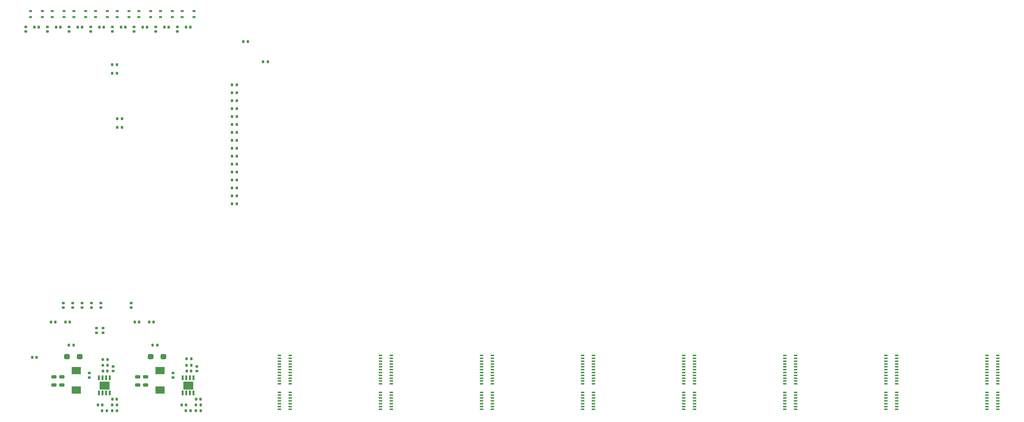
<source format=gbr>
%TF.GenerationSoftware,KiCad,Pcbnew,(6.0.1-0)*%
%TF.CreationDate,2022-10-17T14:17:13-07:00*%
%TF.ProjectId,core_board,636f7265-5f62-46f6-9172-642e6b696361,rev?*%
%TF.SameCoordinates,Original*%
%TF.FileFunction,Paste,Top*%
%TF.FilePolarity,Positive*%
%FSLAX46Y46*%
G04 Gerber Fmt 4.6, Leading zero omitted, Abs format (unit mm)*
G04 Created by KiCad (PCBNEW (6.0.1-0)) date 2022-10-17 14:17:13*
%MOMM*%
%LPD*%
G01*
G04 APERTURE LIST*
G04 Aperture macros list*
%AMRoundRect*
0 Rectangle with rounded corners*
0 $1 Rounding radius*
0 $2 $3 $4 $5 $6 $7 $8 $9 X,Y pos of 4 corners*
0 Add a 4 corners polygon primitive as box body*
4,1,4,$2,$3,$4,$5,$6,$7,$8,$9,$2,$3,0*
0 Add four circle primitives for the rounded corners*
1,1,$1+$1,$2,$3*
1,1,$1+$1,$4,$5*
1,1,$1+$1,$6,$7*
1,1,$1+$1,$8,$9*
0 Add four rect primitives between the rounded corners*
20,1,$1+$1,$2,$3,$4,$5,0*
20,1,$1+$1,$4,$5,$6,$7,0*
20,1,$1+$1,$6,$7,$8,$9,0*
20,1,$1+$1,$8,$9,$2,$3,0*%
G04 Aperture macros list end*
%ADD10C,0.010000*%
%ADD11RoundRect,0.225000X-0.250000X0.225000X-0.250000X-0.225000X0.250000X-0.225000X0.250000X0.225000X0*%
%ADD12RoundRect,0.200000X0.200000X0.275000X-0.200000X0.275000X-0.200000X-0.275000X0.200000X-0.275000X0*%
%ADD13RoundRect,0.200000X-0.200000X-0.275000X0.200000X-0.275000X0.200000X0.275000X-0.200000X0.275000X0*%
%ADD14R,1.050000X0.650000*%
%ADD15RoundRect,0.006000X0.294000X-0.769000X0.294000X0.769000X-0.294000X0.769000X-0.294000X-0.769000X0*%
%ADD16RoundRect,0.200000X0.275000X-0.200000X0.275000X0.200000X-0.275000X0.200000X-0.275000X-0.200000X0*%
%ADD17RoundRect,0.250000X-0.650000X0.325000X-0.650000X-0.325000X0.650000X-0.325000X0.650000X0.325000X0*%
%ADD18R,1.200000X0.500000*%
%ADD19RoundRect,0.225000X-0.225000X-0.250000X0.225000X-0.250000X0.225000X0.250000X-0.225000X0.250000X0*%
%ADD20RoundRect,0.200000X-0.275000X0.200000X-0.275000X-0.200000X0.275000X-0.200000X0.275000X0.200000X0*%
%ADD21RoundRect,0.225000X0.225000X0.250000X-0.225000X0.250000X-0.225000X-0.250000X0.225000X-0.250000X0*%
%ADD22R,3.300000X2.500000*%
%ADD23RoundRect,0.218750X-0.218750X-0.256250X0.218750X-0.256250X0.218750X0.256250X-0.218750X0.256250X0*%
%ADD24RoundRect,0.218750X0.218750X0.256250X-0.218750X0.256250X-0.218750X-0.256250X0.218750X-0.256250X0*%
%ADD25RoundRect,0.450000X0.550000X0.450000X-0.550000X0.450000X-0.550000X-0.450000X0.550000X-0.450000X0*%
G04 APERTURE END LIST*
D10*
%TO.C,U9*%
X159336000Y-276691000D02*
X159336000Y-273981000D01*
X159336000Y-273981000D02*
X162736000Y-273981000D01*
X162736000Y-273981000D02*
X162736000Y-276691000D01*
X162736000Y-276691000D02*
X159336000Y-276691000D01*
G36*
X162736000Y-276691000D02*
G01*
X159336000Y-276691000D01*
X159336000Y-273981000D01*
X162736000Y-273981000D01*
X162736000Y-276691000D01*
G37*
X162736000Y-276691000D02*
X159336000Y-276691000D01*
X159336000Y-273981000D01*
X162736000Y-273981000D01*
X162736000Y-276691000D01*
%TO.C,U8*%
X188800000Y-276691000D02*
X188800000Y-273981000D01*
X188800000Y-273981000D02*
X192200000Y-273981000D01*
X192200000Y-273981000D02*
X192200000Y-276691000D01*
X192200000Y-276691000D02*
X188800000Y-276691000D01*
G36*
X192200000Y-276691000D02*
G01*
X188800000Y-276691000D01*
X188800000Y-273981000D01*
X192200000Y-273981000D01*
X192200000Y-276691000D01*
G37*
X192200000Y-276691000D02*
X188800000Y-276691000D01*
X188800000Y-273981000D01*
X192200000Y-273981000D01*
X192200000Y-276691000D01*
%TD*%
D11*
%TO.C,C18*%
X164084000Y-268719000D03*
X164084000Y-270269000D03*
%TD*%
D12*
%TO.C,R26*%
X207581000Y-211328000D03*
X205931000Y-211328000D03*
%TD*%
%TO.C,R45*%
X161861000Y-284226000D03*
X160211000Y-284226000D03*
%TD*%
D13*
%TO.C,R49*%
X160465000Y-266192000D03*
X162115000Y-266192000D03*
%TD*%
D14*
%TO.C,SW1*%
X135085000Y-143451000D03*
X139235000Y-143451000D03*
X139235000Y-145601000D03*
X135085000Y-145601000D03*
%TD*%
D15*
%TO.C,U9*%
X159131000Y-278036000D03*
X160401000Y-278036000D03*
X161671000Y-278036000D03*
X162941000Y-278036000D03*
X162941000Y-272636000D03*
X161671000Y-272636000D03*
X160401000Y-272636000D03*
X159131000Y-272636000D03*
%TD*%
D16*
%TO.C,R16*%
X146558000Y-247967000D03*
X146558000Y-246317000D03*
%TD*%
D17*
%TO.C,C15*%
X143256000Y-272288000D03*
X143256000Y-275238000D03*
%TD*%
D14*
%TO.C,SW8*%
X192575000Y-143451000D03*
X188425000Y-143451000D03*
X192575000Y-145601000D03*
X188425000Y-145601000D03*
%TD*%
D18*
%TO.C,J10*%
X475356000Y-264794600D03*
X475356000Y-265794600D03*
X475356000Y-266794600D03*
X475356000Y-267794600D03*
X475356000Y-268794600D03*
X475356000Y-269794600D03*
X475356000Y-270794600D03*
X475356000Y-271794600D03*
X475356000Y-272794600D03*
X475356000Y-273794600D03*
X475356000Y-274794600D03*
X475356000Y-277794600D03*
X475356000Y-278794600D03*
X475356000Y-279794600D03*
X475356000Y-280794600D03*
X475356000Y-281794600D03*
X475356000Y-282794600D03*
X475356000Y-283794600D03*
X471556000Y-264794600D03*
X471556000Y-265794600D03*
X471556000Y-266794600D03*
X471556000Y-267794600D03*
X471556000Y-268794600D03*
X471556000Y-269794600D03*
X471556000Y-270794600D03*
X471556000Y-271794600D03*
X471556000Y-272794600D03*
X471556000Y-273794600D03*
X471556000Y-274794600D03*
X471556000Y-277794600D03*
X471556000Y-278794600D03*
X471556000Y-279794600D03*
X471556000Y-280794600D03*
X471556000Y-281794600D03*
X471556000Y-282794600D03*
X471556000Y-283794600D03*
%TD*%
D17*
%TO.C,C7*%
X172720000Y-272288000D03*
X172720000Y-275238000D03*
%TD*%
D19*
%TO.C,C10*%
X189979000Y-270256000D03*
X191529000Y-270256000D03*
%TD*%
D16*
%TO.C,R22*%
X170434000Y-247967000D03*
X170434000Y-246317000D03*
%TD*%
%TO.C,R2*%
X158242000Y-256825500D03*
X158242000Y-255175500D03*
%TD*%
D20*
%TO.C,R6*%
X148590000Y-149035000D03*
X148590000Y-150685000D03*
%TD*%
D12*
%TO.C,R25*%
X207581000Y-208534000D03*
X205931000Y-208534000D03*
%TD*%
D14*
%TO.C,SW7*%
X180805000Y-143451000D03*
X184955000Y-143451000D03*
X180805000Y-145601000D03*
X184955000Y-145601000D03*
%TD*%
D21*
%TO.C,C12*%
X160287000Y-282194000D03*
X158737000Y-282194000D03*
%TD*%
%TO.C,C4*%
X148844000Y-252984000D03*
X147294000Y-252984000D03*
%TD*%
D19*
%TO.C,C17*%
X160515000Y-270256000D03*
X162065000Y-270256000D03*
%TD*%
D12*
%TO.C,R40*%
X194881000Y-284226000D03*
X193231000Y-284226000D03*
%TD*%
D17*
%TO.C,C8*%
X175514000Y-272288000D03*
X175514000Y-275238000D03*
%TD*%
D21*
%TO.C,C3*%
X178321000Y-252984000D03*
X176771000Y-252984000D03*
%TD*%
D18*
%TO.C,J8*%
X439796000Y-264794600D03*
X439796000Y-265794600D03*
X439796000Y-266794600D03*
X439796000Y-267794600D03*
X439796000Y-268794600D03*
X439796000Y-269794600D03*
X439796000Y-270794600D03*
X439796000Y-271794600D03*
X439796000Y-272794600D03*
X439796000Y-273794600D03*
X439796000Y-274794600D03*
X439796000Y-277794600D03*
X439796000Y-278794600D03*
X439796000Y-279794600D03*
X439796000Y-280794600D03*
X439796000Y-281794600D03*
X439796000Y-282794600D03*
X439796000Y-283794600D03*
X435996000Y-264794600D03*
X435996000Y-265794600D03*
X435996000Y-266794600D03*
X435996000Y-267794600D03*
X435996000Y-268794600D03*
X435996000Y-269794600D03*
X435996000Y-270794600D03*
X435996000Y-271794600D03*
X435996000Y-272794600D03*
X435996000Y-273794600D03*
X435996000Y-274794600D03*
X435996000Y-277794600D03*
X435996000Y-278794600D03*
X435996000Y-279794600D03*
X435996000Y-280794600D03*
X435996000Y-281794600D03*
X435996000Y-282794600D03*
X435996000Y-283794600D03*
%TD*%
D21*
%TO.C,C13*%
X165367000Y-280162000D03*
X163817000Y-280162000D03*
%TD*%
D19*
%TO.C,C1*%
X171691000Y-252984000D03*
X173241000Y-252984000D03*
%TD*%
D22*
%TO.C,D10*%
X180594000Y-270158000D03*
X180594000Y-276958000D03*
%TD*%
D23*
%TO.C,D3*%
X143992500Y-149098000D03*
X145567500Y-149098000D03*
%TD*%
D20*
%TO.C,R11*%
X179070000Y-149035000D03*
X179070000Y-150685000D03*
%TD*%
%TO.C,R5*%
X140970000Y-149035000D03*
X140970000Y-150685000D03*
%TD*%
D12*
%TO.C,R24*%
X207581000Y-205740000D03*
X205931000Y-205740000D03*
%TD*%
%TO.C,R48*%
X150177000Y-261112000D03*
X148527000Y-261112000D03*
%TD*%
D18*
%TO.C,J3*%
X226436000Y-264794600D03*
X226436000Y-265794600D03*
X226436000Y-266794600D03*
X226436000Y-267794600D03*
X226436000Y-268794600D03*
X226436000Y-269794600D03*
X226436000Y-270794600D03*
X226436000Y-271794600D03*
X226436000Y-272794600D03*
X226436000Y-273794600D03*
X226436000Y-274794600D03*
X226436000Y-277794600D03*
X226436000Y-278794600D03*
X226436000Y-279794600D03*
X226436000Y-280794600D03*
X226436000Y-281794600D03*
X226436000Y-282794600D03*
X226436000Y-283794600D03*
X222636000Y-264794600D03*
X222636000Y-265794600D03*
X222636000Y-266794600D03*
X222636000Y-267794600D03*
X222636000Y-268794600D03*
X222636000Y-269794600D03*
X222636000Y-270794600D03*
X222636000Y-271794600D03*
X222636000Y-272794600D03*
X222636000Y-273794600D03*
X222636000Y-274794600D03*
X222636000Y-277794600D03*
X222636000Y-278794600D03*
X222636000Y-279794600D03*
X222636000Y-280794600D03*
X222636000Y-281794600D03*
X222636000Y-282794600D03*
X222636000Y-283794600D03*
%TD*%
D12*
%TO.C,R36*%
X207581000Y-172212000D03*
X205931000Y-172212000D03*
%TD*%
%TO.C,R39*%
X191325000Y-284226000D03*
X189675000Y-284226000D03*
%TD*%
%TO.C,R32*%
X207581000Y-186182000D03*
X205931000Y-186182000D03*
%TD*%
%TO.C,R42*%
X179641000Y-261112000D03*
X177991000Y-261112000D03*
%TD*%
D23*
%TO.C,D8*%
X182092500Y-149098000D03*
X183667500Y-149098000D03*
%TD*%
D12*
%TO.C,R29*%
X207581000Y-194564000D03*
X205931000Y-194564000D03*
%TD*%
%TO.C,R23*%
X207581000Y-202946000D03*
X205931000Y-202946000D03*
%TD*%
%TO.C,R34*%
X207581000Y-180594000D03*
X205931000Y-180594000D03*
%TD*%
D23*
%TO.C,D5*%
X159232500Y-149098000D03*
X160807500Y-149098000D03*
%TD*%
D12*
%TO.C,R37*%
X207581000Y-175006000D03*
X205931000Y-175006000D03*
%TD*%
%TO.C,R31*%
X207581000Y-188976000D03*
X205931000Y-188976000D03*
%TD*%
%TO.C,R47*%
X165417000Y-282194000D03*
X163767000Y-282194000D03*
%TD*%
D13*
%TO.C,R17*%
X209868000Y-154178000D03*
X211518000Y-154178000D03*
%TD*%
D18*
%TO.C,J5*%
X261996000Y-264794600D03*
X261996000Y-265794600D03*
X261996000Y-266794600D03*
X261996000Y-267794600D03*
X261996000Y-268794600D03*
X261996000Y-269794600D03*
X261996000Y-270794600D03*
X261996000Y-271794600D03*
X261996000Y-272794600D03*
X261996000Y-273794600D03*
X261996000Y-274794600D03*
X261996000Y-277794600D03*
X261996000Y-278794600D03*
X261996000Y-279794600D03*
X261996000Y-280794600D03*
X261996000Y-281794600D03*
X261996000Y-282794600D03*
X261996000Y-283794600D03*
X258196000Y-264794600D03*
X258196000Y-265794600D03*
X258196000Y-266794600D03*
X258196000Y-267794600D03*
X258196000Y-268794600D03*
X258196000Y-269794600D03*
X258196000Y-270794600D03*
X258196000Y-271794600D03*
X258196000Y-272794600D03*
X258196000Y-273794600D03*
X258196000Y-274794600D03*
X258196000Y-277794600D03*
X258196000Y-278794600D03*
X258196000Y-279794600D03*
X258196000Y-280794600D03*
X258196000Y-281794600D03*
X258196000Y-282794600D03*
X258196000Y-283794600D03*
%TD*%
%TO.C,J4*%
X368676000Y-264794600D03*
X368676000Y-265794600D03*
X368676000Y-266794600D03*
X368676000Y-267794600D03*
X368676000Y-268794600D03*
X368676000Y-269794600D03*
X368676000Y-270794600D03*
X368676000Y-271794600D03*
X368676000Y-272794600D03*
X368676000Y-273794600D03*
X368676000Y-274794600D03*
X368676000Y-277794600D03*
X368676000Y-278794600D03*
X368676000Y-279794600D03*
X368676000Y-280794600D03*
X368676000Y-281794600D03*
X368676000Y-282794600D03*
X368676000Y-283794600D03*
X364876000Y-264794600D03*
X364876000Y-265794600D03*
X364876000Y-266794600D03*
X364876000Y-267794600D03*
X364876000Y-268794600D03*
X364876000Y-269794600D03*
X364876000Y-270794600D03*
X364876000Y-271794600D03*
X364876000Y-272794600D03*
X364876000Y-273794600D03*
X364876000Y-274794600D03*
X364876000Y-277794600D03*
X364876000Y-278794600D03*
X364876000Y-279794600D03*
X364876000Y-280794600D03*
X364876000Y-281794600D03*
X364876000Y-282794600D03*
X364876000Y-283794600D03*
%TD*%
D17*
%TO.C,C14*%
X146050000Y-272288000D03*
X146050000Y-275238000D03*
%TD*%
D14*
%TO.C,SW6*%
X173185000Y-143451000D03*
X177335000Y-143451000D03*
X173185000Y-145601000D03*
X177335000Y-145601000D03*
%TD*%
D19*
%TO.C,C2*%
X142214000Y-252984000D03*
X143764000Y-252984000D03*
%TD*%
D20*
%TO.C,R10*%
X171450000Y-149035000D03*
X171450000Y-150685000D03*
%TD*%
D13*
%TO.C,R43*%
X189929000Y-265938000D03*
X191579000Y-265938000D03*
%TD*%
D23*
%TO.C,D7*%
X174472500Y-149098000D03*
X176047500Y-149098000D03*
%TD*%
D24*
%TO.C,D1*%
X137185500Y-265430000D03*
X135610500Y-265430000D03*
%TD*%
D18*
%TO.C,J7*%
X297556000Y-264794600D03*
X297556000Y-265794600D03*
X297556000Y-266794600D03*
X297556000Y-267794600D03*
X297556000Y-268794600D03*
X297556000Y-269794600D03*
X297556000Y-270794600D03*
X297556000Y-271794600D03*
X297556000Y-272794600D03*
X297556000Y-273794600D03*
X297556000Y-274794600D03*
X297556000Y-277794600D03*
X297556000Y-278794600D03*
X297556000Y-279794600D03*
X297556000Y-280794600D03*
X297556000Y-281794600D03*
X297556000Y-282794600D03*
X297556000Y-283794600D03*
X293756000Y-264794600D03*
X293756000Y-265794600D03*
X293756000Y-266794600D03*
X293756000Y-267794600D03*
X293756000Y-268794600D03*
X293756000Y-269794600D03*
X293756000Y-270794600D03*
X293756000Y-271794600D03*
X293756000Y-272794600D03*
X293756000Y-273794600D03*
X293756000Y-274794600D03*
X293756000Y-277794600D03*
X293756000Y-278794600D03*
X293756000Y-279794600D03*
X293756000Y-280794600D03*
X293756000Y-281794600D03*
X293756000Y-282794600D03*
X293756000Y-283794600D03*
%TD*%
D12*
%TO.C,R35*%
X207581000Y-169418000D03*
X205931000Y-169418000D03*
%TD*%
%TO.C,R44*%
X191579000Y-268224000D03*
X189929000Y-268224000D03*
%TD*%
D13*
%TO.C,R3*%
X163767000Y-162306000D03*
X165417000Y-162306000D03*
%TD*%
D11*
%TO.C,C16*%
X155702000Y-271005000D03*
X155702000Y-272555000D03*
%TD*%
D23*
%TO.C,D4*%
X151612500Y-149098000D03*
X153187500Y-149098000D03*
%TD*%
D18*
%TO.C,J6*%
X404236000Y-264794600D03*
X404236000Y-265794600D03*
X404236000Y-266794600D03*
X404236000Y-267794600D03*
X404236000Y-268794600D03*
X404236000Y-269794600D03*
X404236000Y-270794600D03*
X404236000Y-271794600D03*
X404236000Y-272794600D03*
X404236000Y-273794600D03*
X404236000Y-274794600D03*
X404236000Y-277794600D03*
X404236000Y-278794600D03*
X404236000Y-279794600D03*
X404236000Y-280794600D03*
X404236000Y-281794600D03*
X404236000Y-282794600D03*
X404236000Y-283794600D03*
X400436000Y-264794600D03*
X400436000Y-265794600D03*
X400436000Y-266794600D03*
X400436000Y-267794600D03*
X400436000Y-268794600D03*
X400436000Y-269794600D03*
X400436000Y-270794600D03*
X400436000Y-271794600D03*
X400436000Y-272794600D03*
X400436000Y-273794600D03*
X400436000Y-274794600D03*
X400436000Y-277794600D03*
X400436000Y-278794600D03*
X400436000Y-279794600D03*
X400436000Y-280794600D03*
X400436000Y-281794600D03*
X400436000Y-282794600D03*
X400436000Y-283794600D03*
%TD*%
D20*
%TO.C,R8*%
X163830000Y-149035000D03*
X163830000Y-150685000D03*
%TD*%
D12*
%TO.C,R38*%
X207581000Y-177800000D03*
X205931000Y-177800000D03*
%TD*%
D16*
%TO.C,R21*%
X159766000Y-247967000D03*
X159766000Y-246317000D03*
%TD*%
D11*
%TO.C,C9*%
X185166000Y-271005000D03*
X185166000Y-272555000D03*
%TD*%
D21*
%TO.C,C6*%
X194831000Y-280162000D03*
X193281000Y-280162000D03*
%TD*%
D14*
%TO.C,SW2*%
X146855000Y-143451000D03*
X142705000Y-143451000D03*
X146855000Y-145601000D03*
X142705000Y-145601000D03*
%TD*%
D20*
%TO.C,R7*%
X156210000Y-149035000D03*
X156210000Y-150685000D03*
%TD*%
D12*
%TO.C,R27*%
X207581000Y-200152000D03*
X205931000Y-200152000D03*
%TD*%
%TO.C,R33*%
X207581000Y-183388000D03*
X205931000Y-183388000D03*
%TD*%
D23*
%TO.C,D2*%
X136372500Y-149098000D03*
X137947500Y-149098000D03*
%TD*%
D21*
%TO.C,C5*%
X189751000Y-282194000D03*
X188201000Y-282194000D03*
%TD*%
D16*
%TO.C,R1*%
X160528000Y-256825500D03*
X160528000Y-255175500D03*
%TD*%
D12*
%TO.C,R46*%
X165417000Y-284226000D03*
X163767000Y-284226000D03*
%TD*%
%TO.C,R50*%
X162115000Y-268224000D03*
X160465000Y-268224000D03*
%TD*%
D13*
%TO.C,R13*%
X163767000Y-165354000D03*
X165417000Y-165354000D03*
%TD*%
D20*
%TO.C,R4*%
X133350000Y-149035000D03*
X133350000Y-150685000D03*
%TD*%
D16*
%TO.C,R20*%
X156464000Y-247967000D03*
X156464000Y-246317000D03*
%TD*%
D12*
%TO.C,R28*%
X207581000Y-197358000D03*
X205931000Y-197358000D03*
%TD*%
D18*
%TO.C,J9*%
X333116000Y-264794600D03*
X333116000Y-265794600D03*
X333116000Y-266794600D03*
X333116000Y-267794600D03*
X333116000Y-268794600D03*
X333116000Y-269794600D03*
X333116000Y-270794600D03*
X333116000Y-271794600D03*
X333116000Y-272794600D03*
X333116000Y-273794600D03*
X333116000Y-274794600D03*
X333116000Y-277794600D03*
X333116000Y-278794600D03*
X333116000Y-279794600D03*
X333116000Y-280794600D03*
X333116000Y-281794600D03*
X333116000Y-282794600D03*
X333116000Y-283794600D03*
X329316000Y-264794600D03*
X329316000Y-265794600D03*
X329316000Y-266794600D03*
X329316000Y-267794600D03*
X329316000Y-268794600D03*
X329316000Y-269794600D03*
X329316000Y-270794600D03*
X329316000Y-271794600D03*
X329316000Y-272794600D03*
X329316000Y-273794600D03*
X329316000Y-274794600D03*
X329316000Y-277794600D03*
X329316000Y-278794600D03*
X329316000Y-279794600D03*
X329316000Y-280794600D03*
X329316000Y-281794600D03*
X329316000Y-282794600D03*
X329316000Y-283794600D03*
%TD*%
D16*
%TO.C,R19*%
X153162000Y-247967000D03*
X153162000Y-246317000D03*
%TD*%
D12*
%TO.C,R41*%
X194881000Y-282194000D03*
X193231000Y-282194000D03*
%TD*%
D14*
%TO.C,SW5*%
X169715000Y-143451000D03*
X165565000Y-143451000D03*
X165565000Y-145601000D03*
X169715000Y-145601000D03*
%TD*%
D13*
%TO.C,R18*%
X216853000Y-161290000D03*
X218503000Y-161290000D03*
%TD*%
D22*
%TO.C,D11*%
X151130000Y-270158000D03*
X151130000Y-276958000D03*
%TD*%
D16*
%TO.C,R15*%
X149860000Y-247967000D03*
X149860000Y-246317000D03*
%TD*%
D13*
%TO.C,R9*%
X165545000Y-184404000D03*
X167195000Y-184404000D03*
%TD*%
D23*
%TO.C,D9*%
X189712500Y-149098000D03*
X191287500Y-149098000D03*
%TD*%
D25*
%TO.C,L1*%
X181828000Y-265176000D03*
X177328000Y-265176000D03*
%TD*%
%TO.C,L2*%
X152364000Y-265176000D03*
X147864000Y-265176000D03*
%TD*%
D20*
%TO.C,R14*%
X186690000Y-149035000D03*
X186690000Y-150685000D03*
%TD*%
D11*
%TO.C,C11*%
X193548000Y-268719000D03*
X193548000Y-270269000D03*
%TD*%
D23*
%TO.C,D6*%
X166852500Y-149098000D03*
X168427500Y-149098000D03*
%TD*%
D14*
%TO.C,SW4*%
X162095000Y-143451000D03*
X157945000Y-143451000D03*
X162095000Y-145601000D03*
X157945000Y-145601000D03*
%TD*%
D12*
%TO.C,R30*%
X207581000Y-191770000D03*
X205931000Y-191770000D03*
%TD*%
D14*
%TO.C,SW3*%
X154475000Y-143451000D03*
X150325000Y-143451000D03*
X154475000Y-145601000D03*
X150325000Y-145601000D03*
%TD*%
D15*
%TO.C,U8*%
X188595000Y-278036000D03*
X189865000Y-278036000D03*
X191135000Y-278036000D03*
X192405000Y-278036000D03*
X192405000Y-272636000D03*
X191135000Y-272636000D03*
X189865000Y-272636000D03*
X188595000Y-272636000D03*
%TD*%
D13*
%TO.C,R12*%
X165545000Y-181356000D03*
X167195000Y-181356000D03*
%TD*%
M02*

</source>
